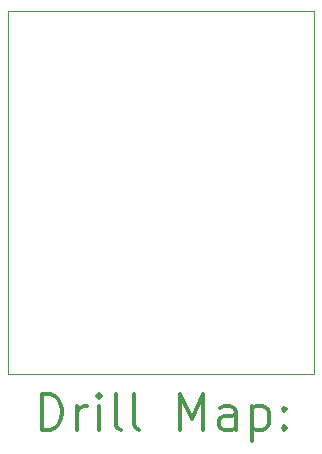
<source format=gbr>
%FSLAX45Y45*%
G04 Gerber Fmt 4.5, Leading zero omitted, Abs format (unit mm)*
G04 Created by KiCad (PCBNEW (5.1.9)-1) date 2021-01-02 03:10:12*
%MOMM*%
%LPD*%
G01*
G04 APERTURE LIST*
%TA.AperFunction,Profile*%
%ADD10C,0.050000*%
%TD*%
%ADD11C,0.200000*%
%ADD12C,0.300000*%
G04 APERTURE END LIST*
D10*
X4419600Y-17576800D02*
X7010400Y-17576800D01*
X4419600Y-14503400D02*
X4419600Y-17576800D01*
X7010400Y-14503400D02*
X4419600Y-14503400D01*
X7010400Y-17576800D02*
X7010400Y-14503400D01*
D11*
D12*
X4703528Y-18045014D02*
X4703528Y-17745014D01*
X4774957Y-17745014D01*
X4817814Y-17759300D01*
X4846386Y-17787872D01*
X4860671Y-17816443D01*
X4874957Y-17873586D01*
X4874957Y-17916443D01*
X4860671Y-17973586D01*
X4846386Y-18002157D01*
X4817814Y-18030729D01*
X4774957Y-18045014D01*
X4703528Y-18045014D01*
X5003528Y-18045014D02*
X5003528Y-17845014D01*
X5003528Y-17902157D02*
X5017814Y-17873586D01*
X5032100Y-17859300D01*
X5060671Y-17845014D01*
X5089243Y-17845014D01*
X5189243Y-18045014D02*
X5189243Y-17845014D01*
X5189243Y-17745014D02*
X5174957Y-17759300D01*
X5189243Y-17773586D01*
X5203528Y-17759300D01*
X5189243Y-17745014D01*
X5189243Y-17773586D01*
X5374957Y-18045014D02*
X5346386Y-18030729D01*
X5332100Y-18002157D01*
X5332100Y-17745014D01*
X5532100Y-18045014D02*
X5503528Y-18030729D01*
X5489243Y-18002157D01*
X5489243Y-17745014D01*
X5874957Y-18045014D02*
X5874957Y-17745014D01*
X5974957Y-17959300D01*
X6074957Y-17745014D01*
X6074957Y-18045014D01*
X6346386Y-18045014D02*
X6346386Y-17887872D01*
X6332100Y-17859300D01*
X6303528Y-17845014D01*
X6246386Y-17845014D01*
X6217814Y-17859300D01*
X6346386Y-18030729D02*
X6317814Y-18045014D01*
X6246386Y-18045014D01*
X6217814Y-18030729D01*
X6203528Y-18002157D01*
X6203528Y-17973586D01*
X6217814Y-17945014D01*
X6246386Y-17930729D01*
X6317814Y-17930729D01*
X6346386Y-17916443D01*
X6489243Y-17845014D02*
X6489243Y-18145014D01*
X6489243Y-17859300D02*
X6517814Y-17845014D01*
X6574957Y-17845014D01*
X6603528Y-17859300D01*
X6617814Y-17873586D01*
X6632100Y-17902157D01*
X6632100Y-17987872D01*
X6617814Y-18016443D01*
X6603528Y-18030729D01*
X6574957Y-18045014D01*
X6517814Y-18045014D01*
X6489243Y-18030729D01*
X6760671Y-18016443D02*
X6774957Y-18030729D01*
X6760671Y-18045014D01*
X6746386Y-18030729D01*
X6760671Y-18016443D01*
X6760671Y-18045014D01*
X6760671Y-17859300D02*
X6774957Y-17873586D01*
X6760671Y-17887872D01*
X6746386Y-17873586D01*
X6760671Y-17859300D01*
X6760671Y-17887872D01*
M02*

</source>
